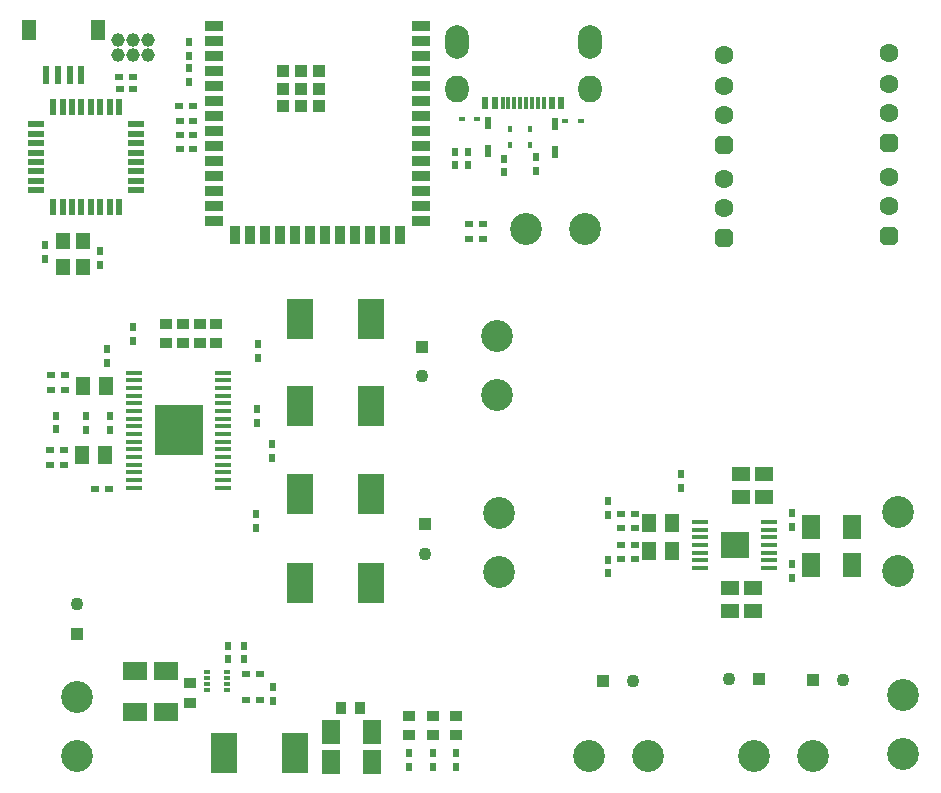
<source format=gbr>
%TF.GenerationSoftware,Altium Limited,Altium Designer,21.7.2 (23)*%
G04 Layer_Color=255*
%FSLAX45Y45*%
%MOMM*%
%TF.SameCoordinates,ACC8E456-25BC-4CB5-B469-56B585E6E94B*%
%TF.FilePolarity,Positive*%
%TF.FileFunction,Pads,Top*%
%TF.Part,Single*%
G01*
G75*
%TA.AperFunction,ConnectorPad*%
%ADD10R,1.50000X0.90000*%
%ADD11R,0.90000X1.50000*%
%TA.AperFunction,BGAPad,CuDef*%
%ADD12R,1.00000X1.00000*%
%TA.AperFunction,SMDPad,CuDef*%
%ADD13R,1.47500X0.45000*%
%ADD14R,2.46000X2.31000*%
%ADD15R,1.52400X2.00000*%
%ADD16R,0.60000X0.63500*%
%ADD17R,0.96520X1.00000*%
%ADD18R,4.11000X4.36000*%
%ADD19R,1.00000X0.96520*%
%ADD20R,1.14300X1.50000*%
%ADD21R,0.63500X0.60000*%
%ADD22R,0.60000X1.47500*%
%ADD23R,1.47500X0.60000*%
%ADD24R,1.20000X1.40000*%
%ADD25R,0.47500X0.30000*%
%ADD26R,0.50000X1.07500*%
%ADD27R,0.40000X0.48000*%
%ADD28R,0.48000X0.40000*%
%ADD29R,0.30000X1.10000*%
%ADD30R,0.60000X1.10000*%
%ADD31R,1.50000X1.14300*%
%ADD32R,2.30000X3.50000*%
%ADD33R,0.60000X1.60000*%
%ADD34R,1.20000X1.80000*%
%ADD35R,2.00000X1.52400*%
%TA.AperFunction,ComponentPad*%
%ADD41C,1.60000*%
G04:AMPARAMS|DCode=42|XSize=1.6mm|YSize=1.6mm|CornerRadius=0mm|HoleSize=0mm|Usage=FLASHONLY|Rotation=90.000|XOffset=0mm|YOffset=0mm|HoleType=Round|Shape=Octagon|*
%AMOCTAGOND42*
4,1,8,0.40000,0.80000,-0.40000,0.80000,-0.80000,0.40000,-0.80000,-0.40000,-0.40000,-0.80000,0.40000,-0.80000,0.80000,-0.40000,0.80000,0.40000,0.40000,0.80000,0.0*
%
%ADD42OCTAGOND42*%

%ADD43C,2.70000*%
%ADD44R,1.10000X1.10000*%
%ADD45C,1.10000*%
%ADD46R,1.10000X1.10000*%
%ADD47C,1.15000*%
%ADD48O,2.00000X2.85000*%
%ADD49O,2.00000X2.28000*%
D10*
X1646160Y6547500D02*
D03*
Y6420500D02*
D03*
Y6293500D02*
D03*
Y6166500D02*
D03*
Y6039500D02*
D03*
Y5912500D02*
D03*
Y5785500D02*
D03*
Y5658500D02*
D03*
Y5531500D02*
D03*
Y5404500D02*
D03*
Y5277500D02*
D03*
Y5150500D02*
D03*
Y5023500D02*
D03*
Y4896500D02*
D03*
X3396160D02*
D03*
Y5023500D02*
D03*
Y5150500D02*
D03*
Y5277500D02*
D03*
Y5404500D02*
D03*
Y5531500D02*
D03*
Y5658500D02*
D03*
Y5785500D02*
D03*
Y5912500D02*
D03*
Y6039500D02*
D03*
Y6166500D02*
D03*
Y6293500D02*
D03*
Y6420500D02*
D03*
Y6547500D02*
D03*
D11*
X1822660Y4771500D02*
D03*
X1949660D02*
D03*
X2076660D02*
D03*
X2203660D02*
D03*
X2330660D02*
D03*
X2457660D02*
D03*
X2584660D02*
D03*
X2711660D02*
D03*
X2838660D02*
D03*
X2965660D02*
D03*
X3092660D02*
D03*
X3219660D02*
D03*
D12*
X2385160Y6012500D02*
D03*
X2235160Y6162500D02*
D03*
Y6012500D02*
D03*
Y5862500D02*
D03*
X2385160D02*
D03*
X2535160D02*
D03*
Y6012500D02*
D03*
Y6162500D02*
D03*
X2385160D02*
D03*
D13*
X5761200Y2345000D02*
D03*
Y2280000D02*
D03*
Y2215000D02*
D03*
Y2150000D02*
D03*
Y2085000D02*
D03*
Y2020000D02*
D03*
Y1955000D02*
D03*
X6348800D02*
D03*
Y2020000D02*
D03*
Y2085000D02*
D03*
Y2150000D02*
D03*
Y2215000D02*
D03*
Y2280000D02*
D03*
Y2345000D02*
D03*
X968700Y3610000D02*
D03*
Y3545000D02*
D03*
Y3480000D02*
D03*
Y3415000D02*
D03*
Y3350000D02*
D03*
Y3285000D02*
D03*
Y3220000D02*
D03*
Y3155000D02*
D03*
Y3090000D02*
D03*
Y3025000D02*
D03*
Y2960000D02*
D03*
Y2895000D02*
D03*
Y2830000D02*
D03*
Y2765000D02*
D03*
Y2700000D02*
D03*
Y2635000D02*
D03*
X1726300D02*
D03*
Y2700000D02*
D03*
Y2765000D02*
D03*
Y2830000D02*
D03*
Y2895000D02*
D03*
Y2960000D02*
D03*
Y3025000D02*
D03*
Y3090000D02*
D03*
Y3155000D02*
D03*
Y3220000D02*
D03*
Y3285000D02*
D03*
Y3350000D02*
D03*
Y3415000D02*
D03*
Y3480000D02*
D03*
Y3545000D02*
D03*
Y3610000D02*
D03*
D14*
X6055000Y2150000D02*
D03*
D15*
X6699780Y1980000D02*
D03*
X7045220D02*
D03*
X2637280Y570000D02*
D03*
X2982720D02*
D03*
X2637280Y310000D02*
D03*
X2982720D02*
D03*
X6702280Y2300000D02*
D03*
X7047720D02*
D03*
D16*
X6540000Y1874080D02*
D03*
Y1990920D02*
D03*
X2135000Y2886580D02*
D03*
Y3003420D02*
D03*
X2017500Y3736580D02*
D03*
Y3853420D02*
D03*
X2012500Y3303420D02*
D03*
Y3186580D02*
D03*
X2000000Y2408420D02*
D03*
Y2291580D02*
D03*
X957500Y3991840D02*
D03*
Y3875000D02*
D03*
X307500Y3245920D02*
D03*
Y3129080D02*
D03*
X737500Y3689080D02*
D03*
Y3805920D02*
D03*
X767372Y3243657D02*
D03*
Y3126817D02*
D03*
X560000Y3124080D02*
D03*
Y3240920D02*
D03*
X5600000Y2636580D02*
D03*
Y2753420D02*
D03*
X6537500Y2422500D02*
D03*
Y2305660D02*
D03*
X4985000Y2523420D02*
D03*
Y2406580D02*
D03*
X4979340Y1909080D02*
D03*
Y2025920D02*
D03*
X1435160Y6074080D02*
D03*
Y6190920D02*
D03*
Y6410920D02*
D03*
Y6294080D02*
D03*
X3300000Y386840D02*
D03*
Y270000D02*
D03*
X3700000Y388420D02*
D03*
Y271580D02*
D03*
X3500000Y386840D02*
D03*
Y270000D02*
D03*
X685160Y4640920D02*
D03*
Y4524080D02*
D03*
X215160Y4574080D02*
D03*
Y4690920D02*
D03*
X3795160Y5480920D02*
D03*
Y5364080D02*
D03*
X4375160Y5430920D02*
D03*
Y5314080D02*
D03*
X4105160Y5420920D02*
D03*
Y5304080D02*
D03*
X3685160Y5480920D02*
D03*
Y5364080D02*
D03*
X2150000Y948420D02*
D03*
Y831580D02*
D03*
X1900000Y1181580D02*
D03*
Y1298420D02*
D03*
X1770000Y1181580D02*
D03*
Y1298420D02*
D03*
D17*
X2718720Y770000D02*
D03*
X2881280D02*
D03*
D18*
X1347500Y3122500D02*
D03*
D19*
X1665000Y4018780D02*
D03*
Y3856220D02*
D03*
X1525000Y4018780D02*
D03*
Y3856220D02*
D03*
X1385000Y4021280D02*
D03*
Y3858720D02*
D03*
X1240000Y4023780D02*
D03*
Y3861220D02*
D03*
X3300000Y538720D02*
D03*
Y701280D02*
D03*
X3500000Y538720D02*
D03*
Y701280D02*
D03*
X3700000Y538720D02*
D03*
Y701280D02*
D03*
X1440000Y816000D02*
D03*
Y978560D02*
D03*
D20*
X538480Y3500000D02*
D03*
X731520D02*
D03*
X533480Y2915000D02*
D03*
X726520D02*
D03*
X5331960Y2337500D02*
D03*
X5525000D02*
D03*
X5330980Y2102500D02*
D03*
X5524020D02*
D03*
D21*
X385920Y3460000D02*
D03*
X269080D02*
D03*
X755920Y2622500D02*
D03*
X639080D02*
D03*
X378420Y2955000D02*
D03*
X261580D02*
D03*
X378420Y2830000D02*
D03*
X261580D02*
D03*
X5210920Y2290000D02*
D03*
X5094080D02*
D03*
X5210920Y2415000D02*
D03*
X5094080D02*
D03*
X5209340Y2150000D02*
D03*
X5092500D02*
D03*
X5090920Y2030000D02*
D03*
X5207760D02*
D03*
X3809240Y4742500D02*
D03*
X3926080D02*
D03*
X385920Y3585000D02*
D03*
X269080D02*
D03*
X3923580Y4870000D02*
D03*
X3806740D02*
D03*
X1473580Y5502500D02*
D03*
X1356740D02*
D03*
X1473580Y5622500D02*
D03*
X1356740D02*
D03*
X1473580Y5742500D02*
D03*
X1356740D02*
D03*
X1472000Y5862500D02*
D03*
X1355160D02*
D03*
X963580Y6112500D02*
D03*
X846740D02*
D03*
X965160Y6012500D02*
D03*
X848320D02*
D03*
X1921580Y840000D02*
D03*
X2038420D02*
D03*
Y1060000D02*
D03*
X1921580D02*
D03*
D22*
X285160Y5008700D02*
D03*
X365160D02*
D03*
X445160D02*
D03*
X525160D02*
D03*
X605160D02*
D03*
X685160D02*
D03*
X765160D02*
D03*
X845160D02*
D03*
Y5856300D02*
D03*
X765160D02*
D03*
X685160D02*
D03*
X605160D02*
D03*
X525160D02*
D03*
X445160D02*
D03*
X365160D02*
D03*
X285160D02*
D03*
D23*
X988960Y5152500D02*
D03*
Y5232500D02*
D03*
Y5312500D02*
D03*
Y5392500D02*
D03*
Y5472500D02*
D03*
Y5552500D02*
D03*
Y5632500D02*
D03*
Y5712500D02*
D03*
X141360D02*
D03*
Y5632500D02*
D03*
Y5552500D02*
D03*
Y5472500D02*
D03*
Y5392500D02*
D03*
Y5312500D02*
D03*
Y5232500D02*
D03*
Y5152500D02*
D03*
D24*
X370160Y4722500D02*
D03*
Y4502500D02*
D03*
X540160D02*
D03*
Y4722500D02*
D03*
D25*
X1753800Y1075000D02*
D03*
Y1025000D02*
D03*
Y975000D02*
D03*
Y925000D02*
D03*
X1586200D02*
D03*
Y975000D02*
D03*
Y1025000D02*
D03*
Y1075000D02*
D03*
D26*
X4535160Y5480100D02*
D03*
Y5712500D02*
D03*
X3965160Y5486300D02*
D03*
Y5718700D02*
D03*
D27*
X4155160Y5668500D02*
D03*
Y5536500D02*
D03*
X4325160Y5668500D02*
D03*
Y5536500D02*
D03*
D28*
X3875160Y5752500D02*
D03*
X3743160D02*
D03*
X4619160Y5742500D02*
D03*
X4751160D02*
D03*
D29*
X4440160Y5892500D02*
D03*
X4340160D02*
D03*
X4190160D02*
D03*
X4090160D02*
D03*
X4140160D02*
D03*
X4240160D02*
D03*
X4290160D02*
D03*
X4390160D02*
D03*
D30*
X3945159D02*
D03*
X4025160D02*
D03*
X4505160D02*
D03*
X4585160D02*
D03*
D31*
X6307500Y2558480D02*
D03*
Y2751520D02*
D03*
X6106545Y2750700D02*
D03*
Y2557660D02*
D03*
X6210000Y1788040D02*
D03*
Y1595000D02*
D03*
X6012500Y1786520D02*
D03*
Y1593480D02*
D03*
D32*
X2972500Y1830000D02*
D03*
X2372500D02*
D03*
X2977500Y2585000D02*
D03*
X2377500D02*
D03*
X2977500Y3325000D02*
D03*
X2377500D02*
D03*
X2977500Y4062500D02*
D03*
X2377500D02*
D03*
X2330000Y390000D02*
D03*
X1730000D02*
D03*
D33*
X525160Y6132500D02*
D03*
X325160D02*
D03*
X225160D02*
D03*
X425160D02*
D03*
D34*
X85160Y6512500D02*
D03*
X665160D02*
D03*
D35*
X980000Y734560D02*
D03*
Y1080000D02*
D03*
X1240000Y734560D02*
D03*
Y1080000D02*
D03*
D41*
X7363160Y5265811D02*
D03*
Y5019811D02*
D03*
X5965660Y5247133D02*
D03*
Y5001133D02*
D03*
X5967660Y6037500D02*
D03*
Y5791500D02*
D03*
Y6299500D02*
D03*
X7365160Y6055000D02*
D03*
Y5809000D02*
D03*
Y6317000D02*
D03*
D42*
X7363160Y4765811D02*
D03*
X5965660Y4747133D02*
D03*
X5967660Y5537500D02*
D03*
X7365160Y5555000D02*
D03*
D43*
X4042500Y3920000D02*
D03*
Y3420000D02*
D03*
X488517Y365000D02*
D03*
Y865000D02*
D03*
X7477500Y880000D02*
D03*
Y380000D02*
D03*
X4290160Y4825000D02*
D03*
X4790160D02*
D03*
X7442500Y2430000D02*
D03*
Y1930000D02*
D03*
X4062500Y2422500D02*
D03*
Y1922500D02*
D03*
X6222500Y365000D02*
D03*
X6722500D02*
D03*
X5322500D02*
D03*
X4822500D02*
D03*
D44*
X485000Y1400000D02*
D03*
X3405000Y3830000D02*
D03*
X3435000Y2325000D02*
D03*
D45*
X485000Y1650000D02*
D03*
X6970000Y1005000D02*
D03*
X6007500Y1012500D02*
D03*
X3405000Y3580000D02*
D03*
X3435000Y2075000D02*
D03*
X5195000Y1002500D02*
D03*
D46*
X6720000Y1005000D02*
D03*
X6257500Y1012500D02*
D03*
X4945000Y1002500D02*
D03*
D47*
X1092160Y6422500D02*
D03*
Y6295500D02*
D03*
X965160Y6422500D02*
D03*
Y6295500D02*
D03*
X838160Y6422500D02*
D03*
Y6295500D02*
D03*
D48*
X3703160Y6407500D02*
D03*
X4827160D02*
D03*
D49*
X3703160Y6007500D02*
D03*
X4827160D02*
D03*
%TF.MD5,e70f924ddfbfa72008afc1c887d38305*%
M02*

</source>
